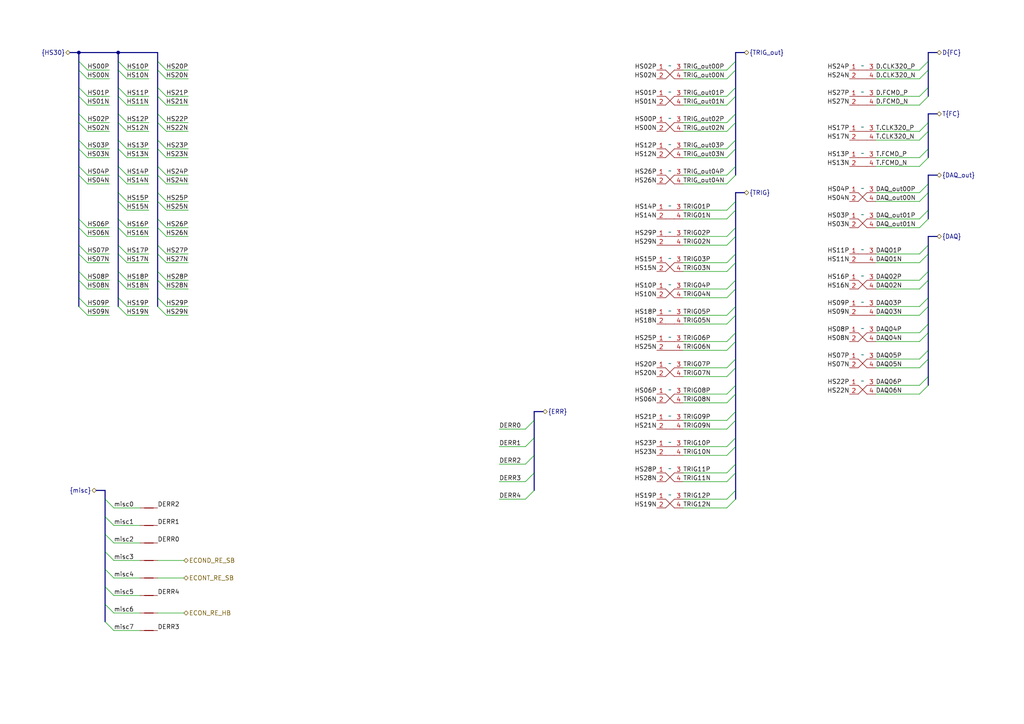
<source format=kicad_sch>
(kicad_sch (version 20250114) (generator "eeschema") (generator_version "9.0")
  (paper "A4")
  (title_block (title "fCM tester V2") (rev "v0.6") (company "Baylor University") (comment 1 "J. Wilson") (comment 2 "Map net names"))
  (lib_symbols
    (symbol "Device:NetTie_2" (pin_numbers (hide yes)) (pin_names (offset 0) (hide yes)) (in_bom no)
      (property "Reference" "NT" (at 0 1.27 0))
      (property "Value" "NetTie_2" (at 0 -1.27 0))
      (symbol "NetTie_2_0_1"
        (polyline (pts (xy -1.27 0) (xy 1.27 0)) (stroke (width 0.254)))
      )
      (symbol "NetTie_2_1_1"
        (pin passive line (at -2.54 0 0) (length 2.54) (name "1") (number "1"))
        (pin passive line (at 2.54 0 180) (length 2.54) (name "2") (number "2"))
      )
    )
    (symbol "Library:Diff_Pair_Tie"
      (property "Value" "~" (at 0 0 0))
      (symbol "Diff_Pair_Tie_0_1"
        (polyline (pts (xy -1.27 -1.27) (xy 1.27 -1.27)))
        (polyline (pts (xy 1.27 -3.81) (xy -1.27 -3.81)))
      )
      (symbol "Diff_Pair_Tie_1_1"
        (pin bidirectional line (at -3.81 -1.27 0) (length 2.54) (name "") (number "1"))
        (pin bidirectional line (at -3.81 -3.81 0) (length 2.54) (name "") (number "2"))
        (pin bidirectional line (at 3.81 -1.27 180) (length 2.54) (name "") (number "3"))
        (pin bidirectional line (at 3.81 -3.81 180) (length 2.54) (name "") (number "4"))
      )
    )
    (symbol "Library:Diff_Pair_Tie_swap"
      (property "Value" "~" (at 0 0 0))
      (symbol "Diff_Pair_Tie_swap_0_1"
        (polyline (pts (xy -1.27 -1.27) (xy 1.27 -3.81)))
        (polyline (pts (xy -1.27 -3.81) (xy 1.27 -1.27)))
        (polyline (pts (xy 1.27 -1.27) (xy 1.27 -1.27)))
      )
      (symbol "Diff_Pair_Tie_swap_1_1"
        (pin bidirectional line (at -3.81 -1.27 0) (length 2.54) (name "") (number "1"))
        (pin bidirectional line (at -3.81 -3.81 0) (length 2.54) (name "") (number "2"))
        (pin bidirectional line (at 3.81 -1.27 180) (length 2.54) (name "") (number "3"))
        (pin bidirectional line (at 3.81 -3.81 180) (length 2.54) (name "") (number "4"))
      )
    )
  )
  (bus_alias "HS" (members "P" "N"))
  (junction (at 34.29 15.24))
  (junction (at 22.86 15.24))
  (bus_entry (at 154.94 137.16) (size -2.54 2.54))
  (bus_entry (at 269.24 55.88) (size -2.54 2.54))
  (bus_entry (at 269.24 60.96) (size -2.54 2.54))
  (bus_entry (at 269.24 27.94) (size -2.54 2.54))
  (bus_entry (at 45.72 71.12) (size 2.54 2.54))
  (bus_entry (at 269.24 35.56) (size -2.54 2.54))
  (bus_entry (at 269.24 111.76) (size -2.54 2.54))
  (bus_entry (at 30.48 165.1) (size 2.54 2.54))
  (bus_entry (at 45.72 81.28) (size 2.54 2.54))
  (bus_entry (at 30.48 175.26) (size 2.54 2.54))
  (bus_entry (at 34.29 17.78) (size 2.54 2.54))
  (bus_entry (at 213.36 83.82) (size -2.54 2.54))
  (bus_entry (at 30.48 144.78) (size 2.54 2.54))
  (bus_entry (at 213.36 96.52) (size -2.54 2.54))
  (bus_entry (at 213.36 20.32) (size -2.54 2.54))
  (bus_entry (at 34.29 40.64) (size 2.54 2.54))
  (bus_entry (at 269.24 88.9) (size -2.54 2.54))
  (bus_entry (at 213.36 25.4) (size -2.54 2.54))
  (bus_entry (at 34.29 27.94) (size 2.54 2.54))
  (bus_entry (at 22.86 71.12) (size 2.54 2.54))
  (bus_entry (at 213.36 121.92) (size -2.54 2.54))
  (bus_entry (at 213.36 104.14) (size -2.54 2.54))
  (bus_entry (at 154.94 121.92) (size -2.54 2.54))
  (bus_entry (at 45.72 35.56) (size 2.54 2.54))
  (bus_entry (at 30.48 170.18) (size 2.54 2.54))
  (bus_entry (at 213.36 99.06) (size -2.54 2.54))
  (bus_entry (at 213.36 33.02) (size -2.54 2.54))
  (bus_entry (at 213.36 137.16) (size -2.54 2.54))
  (bus_entry (at 154.94 127) (size -2.54 2.54))
  (bus_entry (at 22.86 63.5) (size 2.54 2.54))
  (bus_entry (at 269.24 81.28) (size -2.54 2.54))
  (bus_entry (at 34.29 33.02) (size 2.54 2.54))
  (bus_entry (at 269.24 93.98) (size -2.54 2.54))
  (bus_entry (at 22.86 81.28) (size 2.54 2.54))
  (bus_entry (at 22.86 17.78) (size 2.54 2.54))
  (bus_entry (at 213.36 35.56) (size -2.54 2.54))
  (bus_entry (at 269.24 109.22) (size -2.54 2.54))
  (bus_entry (at 269.24 86.36) (size -2.54 2.54))
  (bus_entry (at 30.48 154.94) (size 2.54 2.54))
  (bus_entry (at 213.36 43.18) (size -2.54 2.54))
  (bus_entry (at 45.72 20.32) (size 2.54 2.54))
  (bus_entry (at 213.36 60.96) (size -2.54 2.54))
  (bus_entry (at 45.72 33.02) (size 2.54 2.54))
  (bus_entry (at 22.86 86.36) (size 2.54 2.54))
  (bus_entry (at 22.86 88.9) (size 2.54 2.54))
  (bus_entry (at 154.94 142.24) (size -2.54 2.54))
  (bus_entry (at 269.24 63.5) (size -2.54 2.54))
  (bus_entry (at 22.86 35.56) (size 2.54 2.54))
  (bus_entry (at 213.36 119.38) (size -2.54 2.54))
  (bus_entry (at 269.24 25.4) (size -2.54 2.54))
  (bus_entry (at 34.29 71.12) (size 2.54 2.54))
  (bus_entry (at 34.29 48.26) (size 2.54 2.54))
  (bus_entry (at 45.72 78.74) (size 2.54 2.54))
  (bus_entry (at 22.86 27.94) (size 2.54 2.54))
  (bus_entry (at 269.24 101.6) (size -2.54 2.54))
  (bus_entry (at 213.36 129.54) (size -2.54 2.54))
  (bus_entry (at 45.72 43.18) (size 2.54 2.54))
  (bus_entry (at 34.29 63.5) (size 2.54 2.54))
  (bus_entry (at 45.72 40.64) (size 2.54 2.54))
  (bus_entry (at 22.86 48.26) (size 2.54 2.54))
  (bus_entry (at 269.24 96.52) (size -2.54 2.54))
  (bus_entry (at 269.24 17.78) (size -2.54 2.54))
  (bus_entry (at 45.72 17.78) (size 2.54 2.54))
  (bus_entry (at 45.72 50.8) (size 2.54 2.54))
  (bus_entry (at 213.36 81.28) (size -2.54 2.54))
  (bus_entry (at 45.72 55.88) (size 2.54 2.54))
  (bus_entry (at 30.48 180.34) (size 2.54 2.54))
  (bus_entry (at 22.86 25.4) (size 2.54 2.54))
  (bus_entry (at 34.29 35.56) (size 2.54 2.54))
  (bus_entry (at 213.36 106.68) (size -2.54 2.54))
  (bus_entry (at 45.72 86.36) (size 2.54 2.54))
  (bus_entry (at 213.36 88.9) (size -2.54 2.54))
  (bus_entry (at 213.36 142.24) (size -2.54 2.54))
  (bus_entry (at 45.72 66.04) (size 2.54 2.54))
  (bus_entry (at 34.29 55.88) (size 2.54 2.54))
  (bus_entry (at 269.24 73.66) (size -2.54 2.54))
  (bus_entry (at 34.29 66.04) (size 2.54 2.54))
  (bus_entry (at 34.29 88.9) (size 2.54 2.54))
  (bus_entry (at 213.36 58.42) (size -2.54 2.54))
  (bus_entry (at 213.36 48.26) (size -2.54 2.54))
  (bus_entry (at 45.72 88.9) (size 2.54 2.54))
  (bus_entry (at 45.72 25.4) (size 2.54 2.54))
  (bus_entry (at 22.86 78.74) (size 2.54 2.54))
  (bus_entry (at 269.24 38.1) (size -2.54 2.54))
  (bus_entry (at 22.86 66.04) (size 2.54 2.54))
  (bus_entry (at 22.86 50.8) (size 2.54 2.54))
  (bus_entry (at 213.36 114.3) (size -2.54 2.54))
  (bus_entry (at 45.72 27.94) (size 2.54 2.54))
  (bus_entry (at 22.86 73.66) (size 2.54 2.54))
  (bus_entry (at 30.48 149.86) (size 2.54 2.54))
  (bus_entry (at 269.24 45.72) (size -2.54 2.54))
  (bus_entry (at 213.36 76.2) (size -2.54 2.54))
  (bus_entry (at 22.86 33.02) (size 2.54 2.54))
  (bus_entry (at 34.29 73.66) (size 2.54 2.54))
  (bus_entry (at 213.36 68.58) (size -2.54 2.54))
  (bus_entry (at 22.86 43.18) (size 2.54 2.54))
  (bus_entry (at 22.86 20.32) (size 2.54 2.54))
  (bus_entry (at 45.72 48.26) (size 2.54 2.54))
  (bus_entry (at 269.24 104.14) (size -2.54 2.54))
  (bus_entry (at 154.94 132.08) (size -2.54 2.54))
  (bus_entry (at 269.24 71.12) (size -2.54 2.54))
  (bus_entry (at 213.36 111.76) (size -2.54 2.54))
  (bus_entry (at 213.36 134.62) (size -2.54 2.54))
  (bus_entry (at 34.29 86.36) (size 2.54 2.54))
  (bus_entry (at 34.29 78.74) (size 2.54 2.54))
  (bus_entry (at 269.24 20.32) (size -2.54 2.54))
  (bus_entry (at 45.72 63.5) (size 2.54 2.54))
  (bus_entry (at 269.24 53.34) (size -2.54 2.54))
  (bus_entry (at 213.36 144.78) (size -2.54 2.54))
  (bus_entry (at 34.29 25.4) (size 2.54 2.54))
  (bus_entry (at 213.36 40.64) (size -2.54 2.54))
  (bus_entry (at 213.36 27.94) (size -2.54 2.54))
  (bus_entry (at 213.36 50.8) (size -2.54 2.54))
  (bus_entry (at 45.72 73.66) (size 2.54 2.54))
  (bus_entry (at 213.36 66.04) (size -2.54 2.54))
  (bus_entry (at 34.29 50.8) (size 2.54 2.54))
  (bus_entry (at 34.29 43.18) (size 2.54 2.54))
  (bus_entry (at 34.29 20.32) (size 2.54 2.54))
  (bus_entry (at 34.29 58.42) (size 2.54 2.54))
  (bus_entry (at 30.48 160.02) (size 2.54 2.54))
  (bus_entry (at 213.36 127) (size -2.54 2.54))
  (bus_entry (at 213.36 91.44) (size -2.54 2.54))
  (bus_entry (at 269.24 78.74) (size -2.54 2.54))
  (bus_entry (at 45.72 58.42) (size 2.54 2.54))
  (bus_entry (at 22.86 40.64) (size 2.54 2.54))
  (bus_entry (at 269.24 43.18) (size -2.54 2.54))
  (bus_entry (at 213.36 17.78) (size -2.54 2.54))
  (bus_entry (at 34.29 81.28) (size 2.54 2.54))
  (bus_entry (at 213.36 73.66) (size -2.54 2.54))
  (bus (pts (xy 34.29 58.42) (xy 34.29 63.5)))
  (bus (pts (xy 20.32 15.24) (xy 22.86 15.24)))
  (wire (pts (xy 54.61 66.04) (xy 48.26 66.04)))
  (bus (pts (xy 34.29 43.18) (xy 34.29 48.26)))
  (wire (pts (xy 31.75 45.72) (xy 25.4 45.72)))
  (bus (pts (xy 269.24 53.34) (xy 269.24 55.88)))
  (bus (pts (xy 213.36 73.66) (xy 213.36 76.2)))
  (wire (pts (xy 254 66.04) (xy 266.7 66.04)))
  (wire (pts (xy 254 55.88) (xy 266.7 55.88)))
  (bus (pts (xy 269.24 73.66) (xy 269.24 78.74)))
  (bus (pts (xy 154.94 121.92) (xy 154.94 127)))
  (bus (pts (xy 269.24 43.18) (xy 269.24 45.72)))
  (bus (pts (xy 34.29 66.04) (xy 34.29 71.12)))
  (bus (pts (xy 213.36 60.96) (xy 213.36 66.04)))
  (bus (pts (xy 215.9 55.88) (xy 213.36 55.88)))
  (bus (pts (xy 213.36 121.92) (xy 213.36 127)))
  (wire (pts (xy 198.12 22.86) (xy 210.82 22.86)))
  (wire (pts (xy 198.12 53.34) (xy 210.82 53.34)))
  (wire (pts (xy 254 48.26) (xy 266.7 48.26)))
  (bus (pts (xy 269.24 96.52) (xy 269.24 101.6)))
  (bus (pts (xy 213.36 137.16) (xy 213.36 142.24)))
  (bus (pts (xy 45.72 43.18) (xy 45.72 48.26)))
  (bus (pts (xy 213.36 17.78) (xy 213.36 20.32)))
  (wire (pts (xy 254 96.52) (xy 266.7 96.52)))
  (wire (pts (xy 54.61 50.8) (xy 48.26 50.8)))
  (bus (pts (xy 30.48 175.26) (xy 30.48 180.34)))
  (wire (pts (xy 144.78 144.78) (xy 152.4 144.78)))
  (bus (pts (xy 45.72 81.28) (xy 45.72 86.36)))
  (wire (pts (xy 254 81.28) (xy 266.7 81.28)))
  (bus (pts (xy 269.24 50.8) (xy 269.24 53.34)))
  (bus (pts (xy 45.72 66.04) (xy 45.72 71.12)))
  (wire (pts (xy 54.61 88.9) (xy 48.26 88.9)))
  (bus (pts (xy 45.72 33.02) (xy 45.72 35.56)))
  (wire (pts (xy 43.18 43.18) (xy 36.83 43.18)))
  (bus (pts (xy 34.29 20.32) (xy 34.29 25.4)))
  (bus (pts (xy 213.36 25.4) (xy 213.36 27.94)))
  (bus (pts (xy 22.86 15.24) (xy 22.86 17.78)))
  (wire (pts (xy 43.18 83.82) (xy 36.83 83.82)))
  (wire (pts (xy 198.12 109.22) (xy 210.82 109.22)))
  (bus (pts (xy 22.86 86.36) (xy 22.86 88.9)))
  (bus (pts (xy 27.94 142.24) (xy 30.48 142.24)))
  (wire (pts (xy 254 76.2) (xy 266.7 76.2)))
  (bus (pts (xy 269.24 101.6) (xy 269.24 104.14)))
  (wire (pts (xy 198.12 93.98) (xy 210.82 93.98)))
  (bus (pts (xy 271.78 68.58) (xy 269.24 68.58)))
  (bus (pts (xy 269.24 38.1) (xy 269.24 43.18)))
  (bus (pts (xy 213.36 114.3) (xy 213.36 119.38)))
  (wire (pts (xy 31.75 66.04) (xy 25.4 66.04)))
  (wire (pts (xy 198.12 137.16) (xy 210.82 137.16)))
  (wire (pts (xy 198.12 38.1) (xy 210.82 38.1)))
  (wire (pts (xy 198.12 124.46) (xy 210.82 124.46)))
  (bus (pts (xy 22.86 27.94) (xy 22.86 33.02)))
  (bus (pts (xy 34.29 25.4) (xy 34.29 27.94)))
  (bus (pts (xy 22.86 15.24) (xy 34.29 15.24)))
  (wire (pts (xy 198.12 30.48) (xy 210.82 30.48)))
  (wire (pts (xy 31.75 88.9) (xy 25.4 88.9)))
  (bus (pts (xy 157.48 119.38) (xy 154.94 119.38)))
  (wire (pts (xy 254 38.1) (xy 266.7 38.1)))
  (wire (pts (xy 198.12 114.3) (xy 210.82 114.3)))
  (bus (pts (xy 269.24 78.74) (xy 269.24 81.28)))
  (bus (pts (xy 269.24 25.4) (xy 269.24 27.94)))
  (wire (pts (xy 31.75 53.34) (xy 25.4 53.34)))
  (wire (pts (xy 254 99.06) (xy 266.7 99.06)))
  (wire (pts (xy 31.75 38.1) (xy 25.4 38.1)))
  (bus (pts (xy 22.86 78.74) (xy 22.86 81.28)))
  (wire (pts (xy 54.61 91.44) (xy 48.26 91.44)))
  (wire (pts (xy 31.75 35.56) (xy 25.4 35.56)))
  (bus (pts (xy 269.24 55.88) (xy 269.24 60.96)))
  (bus (pts (xy 271.78 33.02) (xy 269.24 33.02)))
  (bus (pts (xy 269.24 86.36) (xy 269.24 88.9)))
  (wire (pts (xy 33.02 177.8) (xy 40.64 177.8)))
  (wire (pts (xy 198.12 106.68) (xy 210.82 106.68)))
  (bus (pts (xy 213.36 66.04) (xy 213.36 68.58)))
  (bus (pts (xy 30.48 170.18) (xy 30.48 175.26)))
  (bus (pts (xy 34.29 27.94) (xy 34.29 33.02)))
  (wire (pts (xy 54.61 38.1) (xy 48.26 38.1)))
  (wire (pts (xy 144.78 139.7) (xy 152.4 139.7)))
  (bus (pts (xy 213.36 15.24) (xy 213.36 17.78)))
  (wire (pts (xy 198.12 43.18) (xy 210.82 43.18)))
  (wire (pts (xy 33.02 152.4) (xy 40.64 152.4)))
  (wire (pts (xy 198.12 78.74) (xy 210.82 78.74)))
  (wire (pts (xy 254 83.82) (xy 266.7 83.82)))
  (wire (pts (xy 31.75 81.28) (xy 25.4 81.28)))
  (wire (pts (xy 198.12 45.72) (xy 210.82 45.72)))
  (wire (pts (xy 54.61 43.18) (xy 48.26 43.18)))
  (wire (pts (xy 198.12 101.6) (xy 210.82 101.6)))
  (wire (pts (xy 33.02 182.88) (xy 40.64 182.88)))
  (wire (pts (xy 254 20.32) (xy 266.7 20.32)))
  (bus (pts (xy 45.72 25.4) (xy 45.72 27.94)))
  (wire (pts (xy 254 45.72) (xy 266.7 45.72)))
  (wire (pts (xy 54.61 83.82) (xy 48.26 83.82)))
  (wire (pts (xy 198.12 132.08) (xy 210.82 132.08)))
  (wire (pts (xy 31.75 91.44) (xy 25.4 91.44)))
  (wire (pts (xy 198.12 60.96) (xy 210.82 60.96)))
  (wire (pts (xy 53.34 162.56) (xy 45.72 162.56)))
  (bus (pts (xy 215.9 15.24) (xy 213.36 15.24)))
  (wire (pts (xy 54.61 73.66) (xy 48.26 73.66)))
  (wire (pts (xy 254 104.14) (xy 266.7 104.14)))
  (wire (pts (xy 45.72 177.8) (xy 53.34 177.8)))
  (wire (pts (xy 31.75 20.32) (xy 25.4 20.32)))
  (bus (pts (xy 213.36 81.28) (xy 213.36 83.82)))
  (bus (pts (xy 34.29 40.64) (xy 34.29 43.18)))
  (wire (pts (xy 31.75 30.48) (xy 25.4 30.48)))
  (wire (pts (xy 43.18 73.66) (xy 36.83 73.66)))
  (bus (pts (xy 45.72 35.56) (xy 45.72 40.64)))
  (bus (pts (xy 22.86 43.18) (xy 22.86 48.26)))
  (bus (pts (xy 34.29 86.36) (xy 34.29 88.9)))
  (wire (pts (xy 144.78 124.46) (xy 152.4 124.46)))
  (bus (pts (xy 269.24 33.02) (xy 269.24 35.56)))
  (wire (pts (xy 43.18 50.8) (xy 36.83 50.8)))
  (bus (pts (xy 213.36 142.24) (xy 213.36 144.78)))
  (bus (pts (xy 271.78 50.8) (xy 269.24 50.8)))
  (bus (pts (xy 213.36 83.82) (xy 213.36 88.9)))
  (bus (pts (xy 269.24 35.56) (xy 269.24 38.1)))
  (bus (pts (xy 30.48 142.24) (xy 30.48 144.78)))
  (wire (pts (xy 198.12 35.56) (xy 210.82 35.56)))
  (bus (pts (xy 213.36 43.18) (xy 213.36 48.26)))
  (bus (pts (xy 213.36 55.88) (xy 213.36 58.42)))
  (bus (pts (xy 213.36 91.44) (xy 213.36 96.52)))
  (wire (pts (xy 198.12 139.7) (xy 210.82 139.7)))
  (wire (pts (xy 54.61 20.32) (xy 48.26 20.32)))
  (bus (pts (xy 269.24 20.32) (xy 269.24 25.4)))
  (bus (pts (xy 213.36 88.9) (xy 213.36 91.44)))
  (wire (pts (xy 31.75 22.86) (xy 25.4 22.86)))
  (wire (pts (xy 43.18 88.9) (xy 36.83 88.9)))
  (bus (pts (xy 34.29 81.28) (xy 34.29 86.36)))
  (bus (pts (xy 45.72 78.74) (xy 45.72 81.28)))
  (wire (pts (xy 43.18 76.2) (xy 36.83 76.2)))
  (bus (pts (xy 213.36 104.14) (xy 213.36 106.68)))
  (wire (pts (xy 43.18 58.42) (xy 36.83 58.42)))
  (bus (pts (xy 213.36 96.52) (xy 213.36 99.06)))
  (bus (pts (xy 213.36 106.68) (xy 213.36 111.76)))
  (wire (pts (xy 43.18 68.58) (xy 36.83 68.58)))
  (bus (pts (xy 154.94 132.08) (xy 154.94 137.16)))
  (wire (pts (xy 198.12 121.92) (xy 210.82 121.92)))
  (bus (pts (xy 269.24 60.96) (xy 269.24 63.5)))
  (bus (pts (xy 269.24 17.78) (xy 269.24 20.32)))
  (bus (pts (xy 34.29 15.24) (xy 45.72 15.24)))
  (wire (pts (xy 198.12 27.94) (xy 210.82 27.94)))
  (wire (pts (xy 198.12 20.32) (xy 210.82 20.32)))
  (bus (pts (xy 213.36 20.32) (xy 213.36 25.4)))
  (bus (pts (xy 22.86 66.04) (xy 22.86 71.12)))
  (bus (pts (xy 34.29 50.8) (xy 34.29 55.88)))
  (wire (pts (xy 198.12 76.2) (xy 210.82 76.2)))
  (bus (pts (xy 22.86 73.66) (xy 22.86 78.74)))
  (bus (pts (xy 22.86 48.26) (xy 22.86 50.8)))
  (bus (pts (xy 45.72 15.24) (xy 45.72 17.78)))
  (wire (pts (xy 54.61 45.72) (xy 48.26 45.72)))
  (wire (pts (xy 31.75 43.18) (xy 25.4 43.18)))
  (wire (pts (xy 54.61 81.28) (xy 48.26 81.28)))
  (wire (pts (xy 31.75 73.66) (xy 25.4 73.66)))
  (wire (pts (xy 54.61 68.58) (xy 48.26 68.58)))
  (wire (pts (xy 254 27.94) (xy 266.7 27.94)))
  (wire (pts (xy 54.61 30.48) (xy 48.26 30.48)))
  (wire (pts (xy 54.61 60.96) (xy 48.26 60.96)))
  (wire (pts (xy 198.12 91.44) (xy 210.82 91.44)))
  (bus (pts (xy 45.72 40.64) (xy 45.72 43.18)))
  (bus (pts (xy 269.24 88.9) (xy 269.24 93.98)))
  (wire (pts (xy 33.02 167.64) (xy 40.64 167.64)))
  (bus (pts (xy 34.29 71.12) (xy 34.29 73.66)))
  (bus (pts (xy 213.36 48.26) (xy 213.36 50.8)))
  (bus (pts (xy 45.72 55.88) (xy 45.72 58.42)))
  (wire (pts (xy 254 91.44) (xy 266.7 91.44)))
  (bus (pts (xy 213.36 40.64) (xy 213.36 43.18)))
  (bus (pts (xy 269.24 109.22) (xy 269.24 111.76)))
  (wire (pts (xy 198.12 116.84) (xy 210.82 116.84)))
  (wire (pts (xy 54.61 76.2) (xy 48.26 76.2)))
  (bus (pts (xy 45.72 50.8) (xy 45.72 55.88)))
  (bus (pts (xy 213.36 76.2) (xy 213.36 81.28)))
  (wire (pts (xy 198.12 86.36) (xy 210.82 86.36)))
  (wire (pts (xy 198.12 71.12) (xy 210.82 71.12)))
  (bus (pts (xy 34.29 63.5) (xy 34.29 66.04)))
  (bus (pts (xy 45.72 27.94) (xy 45.72 33.02)))
  (wire (pts (xy 43.18 45.72) (xy 36.83 45.72)))
  (wire (pts (xy 198.12 68.58) (xy 210.82 68.58)))
  (wire (pts (xy 198.12 50.8) (xy 210.82 50.8)))
  (bus (pts (xy 22.86 33.02) (xy 22.86 35.56)))
  (bus (pts (xy 22.86 35.56) (xy 22.86 40.64)))
  (bus (pts (xy 22.86 25.4) (xy 22.86 27.94)))
  (bus (pts (xy 269.24 15.24) (xy 269.24 17.78)))
  (wire (pts (xy 198.12 144.78) (xy 210.82 144.78)))
  (bus (pts (xy 45.72 73.66) (xy 45.72 78.74)))
  (bus (pts (xy 269.24 68.58) (xy 269.24 71.12)))
  (wire (pts (xy 254 58.42) (xy 266.7 58.42)))
  (wire (pts (xy 54.61 22.86) (xy 48.26 22.86)))
  (wire (pts (xy 43.18 30.48) (xy 36.83 30.48)))
  (wire (pts (xy 54.61 58.42) (xy 48.26 58.42)))
  (bus (pts (xy 45.72 48.26) (xy 45.72 50.8)))
  (bus (pts (xy 213.36 134.62) (xy 213.36 137.16)))
  (bus (pts (xy 213.36 99.06) (xy 213.36 104.14)))
  (wire (pts (xy 254 40.64) (xy 266.7 40.64)))
  (wire (pts (xy 43.18 60.96) (xy 36.83 60.96)))
  (wire (pts (xy 254 114.3) (xy 266.7 114.3)))
  (bus (pts (xy 213.36 35.56) (xy 213.36 40.64)))
  (bus (pts (xy 22.86 20.32) (xy 22.86 25.4)))
  (wire (pts (xy 31.75 27.94) (xy 25.4 27.94)))
  (bus (pts (xy 45.72 58.42) (xy 45.72 63.5)))
  (bus (pts (xy 22.86 63.5) (xy 22.86 66.04)))
  (bus (pts (xy 271.78 15.24) (xy 269.24 15.24)))
  (wire (pts (xy 254 111.76) (xy 266.7 111.76)))
  (bus (pts (xy 34.29 78.74) (xy 34.29 81.28)))
  (wire (pts (xy 254 88.9) (xy 266.7 88.9)))
  (wire (pts (xy 198.12 147.32) (xy 210.82 147.32)))
  (bus (pts (xy 213.36 119.38) (xy 213.36 121.92)))
  (wire (pts (xy 33.02 162.56) (xy 40.64 162.56)))
  (bus (pts (xy 213.36 129.54) (xy 213.36 134.62)))
  (bus (pts (xy 154.94 137.16) (xy 154.94 142.24)))
  (bus (pts (xy 213.36 33.02) (xy 213.36 35.56)))
  (bus (pts (xy 45.72 86.36) (xy 45.72 88.9)))
  (bus (pts (xy 213.36 58.42) (xy 213.36 60.96)))
  (bus (pts (xy 22.86 17.78) (xy 22.86 20.32)))
  (bus (pts (xy 269.24 93.98) (xy 269.24 96.52)))
  (wire (pts (xy 31.75 83.82) (xy 25.4 83.82)))
  (wire (pts (xy 43.18 38.1) (xy 36.83 38.1)))
  (wire (pts (xy 144.78 129.54) (xy 152.4 129.54)))
  (bus (pts (xy 30.48 149.86) (xy 30.48 154.94)))
  (wire (pts (xy 43.18 27.94) (xy 36.83 27.94)))
  (bus (pts (xy 45.72 20.32) (xy 45.72 25.4)))
  (bus (pts (xy 34.29 48.26) (xy 34.29 50.8)))
  (bus (pts (xy 30.48 154.94) (xy 30.48 160.02)))
  (bus (pts (xy 34.29 73.66) (xy 34.29 78.74)))
  (bus (pts (xy 213.36 68.58) (xy 213.36 73.66)))
  (bus (pts (xy 154.94 119.38) (xy 154.94 121.92)))
  (wire (pts (xy 43.18 20.32) (xy 36.83 20.32)))
  (wire (pts (xy 254 63.5) (xy 266.7 63.5)))
  (bus (pts (xy 45.72 63.5) (xy 45.72 66.04)))
  (bus (pts (xy 30.48 144.78) (xy 30.48 149.86)))
  (bus (pts (xy 34.29 17.78) (xy 34.29 20.32)))
  (wire (pts (xy 43.18 81.28) (xy 36.83 81.28)))
  (wire (pts (xy 198.12 99.06) (xy 210.82 99.06)))
  (bus (pts (xy 34.29 33.02) (xy 34.29 35.56)))
  (bus (pts (xy 22.86 81.28) (xy 22.86 86.36)))
  (wire (pts (xy 33.02 157.48) (xy 40.64 157.48)))
  (bus (pts (xy 30.48 160.02) (xy 30.48 165.1)))
  (bus (pts (xy 22.86 40.64) (xy 22.86 43.18)))
  (wire (pts (xy 33.02 147.32) (xy 40.64 147.32)))
  (bus (pts (xy 34.29 55.88) (xy 34.29 58.42)))
  (wire (pts (xy 54.61 53.34) (xy 48.26 53.34)))
  (wire (pts (xy 254 73.66) (xy 266.7 73.66)))
  (wire (pts (xy 43.18 22.86) (xy 36.83 22.86)))
  (bus (pts (xy 154.94 127) (xy 154.94 132.08)))
  (bus (pts (xy 22.86 50.8) (xy 22.86 63.5)))
  (wire (pts (xy 45.72 167.64) (xy 53.34 167.64)))
  (wire (pts (xy 198.12 63.5) (xy 210.82 63.5)))
  (bus (pts (xy 30.48 165.1) (xy 30.48 170.18)))
  (bus (pts (xy 213.36 127) (xy 213.36 129.54)))
  (wire (pts (xy 54.61 27.94) (xy 48.26 27.94)))
  (bus (pts (xy 213.36 111.76) (xy 213.36 114.3)))
  (bus (pts (xy 269.24 81.28) (xy 269.24 86.36)))
  (bus (pts (xy 269.24 71.12) (xy 269.24 73.66)))
  (bus (pts (xy 34.29 35.56) (xy 34.29 40.64)))
  (wire (pts (xy 33.02 172.72) (xy 40.64 172.72)))
  (wire (pts (xy 54.61 35.56) (xy 48.26 35.56)))
  (bus (pts (xy 34.29 15.24) (xy 34.29 17.78)))
  (bus (pts (xy 22.86 71.12) (xy 22.86 73.66)))
  (wire (pts (xy 31.75 68.58) (xy 25.4 68.58)))
  (wire (pts (xy 254 22.86) (xy 266.7 22.86)))
  (wire (pts (xy 198.12 129.54) (xy 210.82 129.54)))
  (wire (pts (xy 144.78 134.62) (xy 152.4 134.62)))
  (wire (pts (xy 198.12 83.82) (xy 210.82 83.82)))
  (wire (pts (xy 43.18 66.04) (xy 36.83 66.04)))
  (wire (pts (xy 43.18 91.44) (xy 36.83 91.44)))
  (wire (pts (xy 43.18 35.56) (xy 36.83 35.56)))
  (bus (pts (xy 213.36 27.94) (xy 213.36 33.02)))
  (wire (pts (xy 254 30.48) (xy 266.7 30.48)))
  (bus (pts (xy 269.24 104.14) (xy 269.24 109.22)))
  (bus (pts (xy 45.72 71.12) (xy 45.72 73.66)))
  (wire (pts (xy 254 106.68) (xy 266.7 106.68)))
  (wire (pts (xy 31.75 76.2) (xy 25.4 76.2)))
  (wire (pts (xy 43.18 53.34) (xy 36.83 53.34)))
  (wire (pts (xy 31.75 50.8) (xy 25.4 50.8)))
  (bus (pts (xy 45.72 17.78) (xy 45.72 20.32)))
  (label "DAQ01P" (at 254 73.66 0))
  (label "HS18P" (at 43.18 81.28 180))
  (label "TRIG07P" (at 198.12 106.68 0))
  (label "DAQ03N" (at 254 91.44 0))
  (label "DAQ04P" (at 254 96.52 0))
  (label "DAQ04N" (at 254 99.06 0))
  (label "HS25N" (at 190.5 101.6 180))
  (label "HS07P" (at 31.75 73.66 180))
  (label "TRIG09N" (at 198.12 124.46 0))
  (label "HS25N" (at 54.61 60.96 180))
  (label "HS10P" (at 43.18 20.32 180))
  (label "HS03N" (at 31.75 45.72 180))
  (label "misc6" (at 33.02 177.8 0))
  (label "HS18P" (at 190.5 91.44 180))
  (label "DAQ06P" (at 254 111.76 0))
  (label "HS28P" (at 190.5 137.16 180))
  (label "HS11N" (at 43.18 30.48 180))
  (label "TRIG06P" (at 198.12 99.06 0))
  (label "TRIG11N" (at 198.12 139.7 0))
  (label "HS28P" (at 54.61 81.28 180))
  (label "HS18N" (at 190.5 93.98 180))
  (label "HS12N" (at 43.18 38.1 180))
  (label "HS13P" (at 43.18 43.18 180))
  (label "HS19P" (at 190.5 144.78 180))
  (label "HS13N" (at 43.18 45.72 180))
  (label "HS28N" (at 54.61 83.82 180))
  (label "T.CLK320_N" (at 254 40.64 0))
  (label "HS24N" (at 246.38 22.86 180))
  (label "DERR1" (at 144.78 129.54 0))
  (label "DAQ_out01P" (at 254 63.5 0))
  (label "HS27N" (at 54.61 76.2 180))
  (label "HS01P" (at 190.5 27.94 180))
  (label "HS21N" (at 190.5 124.46 180))
  (label "HS09N" (at 246.38 91.44 180))
  (label "TRIG01N" (at 198.12 63.5 0))
  (label "T.FCMD_N" (at 254 48.26 0))
  (label "misc5" (at 33.02 172.72 0))
  (label "TRIG_out02N" (at 198.12 38.1 0))
  (label "DAQ05P" (at 254 104.14 0))
  (label "HS22P" (at 54.61 35.56 180))
  (label "HS26P" (at 190.5 50.8 180))
  (label "HS15P" (at 43.18 58.42 180))
  (label "HS17P" (at 43.18 73.66 180))
  (label "HS24P" (at 246.38 20.32 180))
  (label "HS29P" (at 54.61 88.9 180))
  (label "DAQ05N" (at 254 106.68 0))
  (label "HS00N" (at 190.5 38.1 180))
  (label "HS29P" (at 190.5 68.58 180))
  (label "T.CLK320_P" (at 254 38.1 0))
  (label "HS14P" (at 190.5 60.96 180))
  (label "HS23P" (at 54.61 43.18 180))
  (label "HS12P" (at 190.5 43.18 180))
  (label "TRIG_out00P" (at 198.12 20.32 0))
  (label "DAQ_out00P" (at 254 55.88 0))
  (label "HS16P" (at 246.38 81.28 180))
  (label "DAQ01N" (at 254 76.2 0))
  (label "HS26N" (at 54.61 68.58 180))
  (label "DERR2" (at 45.72 147.32 0))
  (label "TRIG_out00N" (at 198.12 22.86 0))
  (label "HS21P" (at 190.5 121.92 180))
  (label "HS22P" (at 246.38 111.76 180))
  (label "HS04P" (at 246.38 55.88 180))
  (label "misc3" (at 33.02 162.56 0))
  (label "HS14P" (at 43.18 50.8 180))
  (label "HS19N" (at 190.5 147.32 180))
  (label "HS18N" (at 43.18 83.82 180))
  (label "DERR3" (at 144.78 139.7 0))
  (label "HS01P" (at 31.75 27.94 180))
  (label "TRIG03N" (at 198.12 78.74 0))
  (label "HS17N" (at 246.38 40.64 180))
  (label "HS04N" (at 31.75 53.34 180))
  (label "TRIG_out04P" (at 198.12 50.8 0))
  (label "HS20N" (at 54.61 22.86 180))
  (label "HS10N" (at 190.5 86.36 180))
  (label "TRIG09P" (at 198.12 121.92 0))
  (label "HS12P" (at 43.18 35.56 180))
  (label "misc0" (at 33.02 147.32 0))
  (label "DERR4" (at 144.78 144.78 0))
  (label "HS28N" (at 190.5 139.7 180))
  (label "HS23N" (at 54.61 45.72 180))
  (label "HS11P" (at 246.38 73.66 180))
  (label "D.FCMD_N" (at 254 30.48 0))
  (label "HS27P" (at 54.61 73.66 180))
  (label "HS15P" (at 190.5 76.2 180))
  (label "TRIG10P" (at 198.12 129.54 0))
  (label "HS26P" (at 54.61 66.04 180))
  (label "HS08N" (at 31.75 83.82 180))
  (label "TRIG08P" (at 198.12 114.3 0))
  (label "HS08P" (at 31.75 81.28 180))
  (label "HS21N" (at 54.61 30.48 180))
  (label "HS08N" (at 246.38 99.06 180))
  (label "HS19N" (at 43.18 91.44 180))
  (label "HS06P" (at 190.5 114.3 180))
  (label "HS10P" (at 190.5 83.82 180))
  (label "HS03P" (at 31.75 43.18 180))
  (label "HS12N" (at 190.5 45.72 180))
  (label "HS02N" (at 31.75 38.1 180))
  (label "TRIG_out04N" (at 198.12 53.34 0))
  (label "DERR2" (at 144.78 134.62 0))
  (label "HS06N" (at 31.75 68.58 180))
  (label "HS00N" (at 31.75 22.86 180))
  (label "misc2" (at 33.02 157.48 0))
  (label "HS23P" (at 190.5 129.54 180))
  (label "TRIG01P" (at 198.12 60.96 0))
  (label "D.CLK320_N" (at 254 22.86 0))
  (label "DAQ02P" (at 254 81.28 0))
  (label "HS22N" (at 54.61 38.1 180))
  (label "HS03N" (at 246.38 66.04 180))
  (label "DERR1" (at 45.72 152.4 0))
  (label "HS02P" (at 31.75 35.56 180))
  (label "HS16P" (at 43.18 66.04 180))
  (label "HS20P" (at 190.5 106.68 180))
  (label "HS11P" (at 43.18 27.94 180))
  (label "DAQ02N" (at 254 83.82 0))
  (label "TRIG02N" (at 198.12 71.12 0))
  (label "HS15N" (at 43.18 60.96 180))
  (label "HS00P" (at 190.5 35.56 180))
  (label "HS09P" (at 246.38 88.9 180))
  (label "HS03P" (at 246.38 63.5 180))
  (label "HS27P" (at 246.38 27.94 180))
  (label "HS02N" (at 190.5 22.86 180))
  (label "DERR4" (at 45.72 172.72 0))
  (label "HS20P" (at 54.61 20.32 180))
  (label "TRIG05P" (at 198.12 91.44 0))
  (label "HS14N" (at 190.5 63.5 180))
  (label "D.CLK320_P" (at 254 20.32 0))
  (label "misc7" (at 33.02 182.88 0))
  (label "HS02P" (at 190.5 20.32 180))
  (label "TRIG02P" (at 198.12 68.58 0))
  (label "HS24P" (at 54.61 50.8 180))
  (label "TRIG11P" (at 198.12 137.16 0))
  (label "DAQ03P" (at 254 88.9 0))
  (label "TRIG10N" (at 198.12 132.08 0))
  (label "HS07N" (at 31.75 76.2 180))
  (label "TRIG06N" (at 198.12 101.6 0))
  (label "HS14N" (at 43.18 53.34 180))
  (label "TRIG_out03P" (at 198.12 43.18 0))
  (label "TRIG04N" (at 198.12 86.36 0))
  (label "HS29N" (at 190.5 71.12 180))
  (label "HS17P" (at 246.38 38.1 180))
  (label "TRIG12N" (at 198.12 147.32 0))
  (label "HS16N" (at 246.38 83.82 180))
  (label "TRIG_out02P" (at 198.12 35.56 0))
  (label "HS01N" (at 190.5 30.48 180))
  (label "DAQ_out00N" (at 254 58.42 0))
  (label "HS07P" (at 246.38 104.14 180))
  (label "DERR0" (at 144.78 124.46 0))
  (label "TRIG_out01N" (at 198.12 30.48 0))
  (label "HS29N" (at 54.61 91.44 180))
  (label "HS25P" (at 54.61 58.42 180))
  (label "TRIG_out01P" (at 198.12 27.94 0))
  (label "DAQ_out01N" (at 254 66.04 0))
  (label "HS15N" (at 190.5 78.74 180))
  (label "DERR0" (at 45.72 157.48 0))
  (label "HS00P" (at 31.75 20.32 180))
  (label "HS19P" (at 43.18 88.9 180))
  (label "HS23N" (at 190.5 132.08 180))
  (label "HS10N" (at 43.18 22.86 180))
  (label "HS20N" (at 190.5 109.22 180))
  (label "D.FCMD_P" (at 254 27.94 0))
  (label "TRIG05N" (at 198.12 93.98 0))
  (label "TRIG03P" (at 198.12 76.2 0))
  (label "TRIG04P" (at 198.12 83.82 0))
  (label "DAQ06N" (at 254 114.3 0))
  (label "HS24N" (at 54.61 53.34 180))
  (label "HS09P" (at 31.75 88.9 180))
  (label "HS06N" (at 190.5 116.84 180))
  (label "HS07N" (at 246.38 106.68 180))
  (label "misc4" (at 33.02 167.64 0))
  (label "HS27N" (at 246.38 30.48 180))
  (label "HS08P" (at 246.38 96.52 180))
  (label "HS22N" (at 246.38 114.3 180))
  (label "HS13P" (at 246.38 45.72 180))
  (label "HS04P" (at 31.75 50.8 180))
  (label "TRIG07N" (at 198.12 109.22 0))
  (label "HS06P" (at 31.75 66.04 180))
  (label "TRIG08N" (at 198.12 116.84 0))
  (label "HS13N" (at 246.38 48.26 180))
  (label "HS25P" (at 190.5 99.06 180))
  (label "HS21P" (at 54.61 27.94 180))
  (label "TRIG_out03N" (at 198.12 45.72 0))
  (label "T.FCMD_P" (at 254 45.72 0))
  (label "TRIG12P" (at 198.12 144.78 0))
  (label "HS17N" (at 43.18 76.2 180))
  (label "HS01N" (at 31.75 30.48 180))
  (label "DERR3" (at 45.72 182.88 0))
  (label "HS11N" (at 246.38 76.2 180))
  (label "HS26N" (at 190.5 53.34 180))
  (label "HS09N" (at 31.75 91.44 180))
  (label "misc1" (at 33.02 152.4 0))
  (label "HS04N" (at 246.38 58.42 180))
  (label "HS16N" (at 43.18 68.58 180))
  (hierarchical_label "{HS30}" (shape bidirectional) (at 20.32 15.24 180))
  (hierarchical_label "{ERR}" (shape bidirectional) (at 157.48 119.38 0))
  (hierarchical_label "T{FC}" (shape bidirectional) (at 271.78 33.02 0))
  (hierarchical_label "{TRIG_out}" (shape bidirectional) (at 215.9 15.24 0))
  (hierarchical_label "{TRIG}" (shape bidirectional) (at 215.9 55.88 0))
  (hierarchical_label "ECONT_RE_SB" (shape bidirectional) (at 53.34 167.64 0))
  (hierarchical_label "{misc}" (shape bidirectional) (at 27.94 142.24 180))
  (hierarchical_label "D{FC}" (shape bidirectional) (at 271.78 15.24 0))
  (hierarchical_label "{DAQ}" (shape bidirectional) (at 271.78 68.58 0))
  (hierarchical_label "ECOND_RE_SB" (shape bidirectional) (at 53.34 162.56 0))
  (hierarchical_label "{DAQ_out}" (shape bidirectional) (at 271.78 50.8 0))
  (hierarchical_label "ECON_RE_HB" (shape bidirectional) (at 53.34 177.8 0))
  (symbol (lib_id "Library:Diff_Pair_Tie") (at 194.31 67.31 0) (unit 1) (in_bom no)
    (property "Reference" "NT23" (effects (hide yes)))
    (property "Value" "~" (at 194.31 67.31 0))
    (property "Footprint" "Library:Diff_Pair_Tie_rev" (effects (hide yes)))
  )
  (symbol (lib_id "Library:Diff_Pair_Tie_swap") (at 194.31 74.93 0) (unit 1) (in_bom no)
    (property "Reference" "NT22" (effects (hide yes)))
    (property "Value" "~" (at 194.31 74.93 0))
    (property "Footprint" "Library:Diff_Pair_Tie_swap_rev" (effects (hide yes)))
  )
  (symbol (lib_id "Library:Diff_Pair_Tie") (at 194.31 59.69 0) (unit 1) (in_bom no)
    (property "Reference" "NT24" (effects (hide yes)))
    (property "Value" "~" (at 194.31 59.69 0))
    (property "Footprint" "Library:Diff_Pair_Tie" (effects (hide yes)))
  )
  (symbol (lib_id "Library:Diff_Pair_Tie_swap") (at 194.31 135.89 0) (unit 1) (in_bom no)
    (property "Reference" "NT5" (effects (hide yes)))
    (property "Value" "~" (at 194.31 135.89 0))
    (property "Footprint" "Library:Diff_Pair_Tie_swap" (effects (hide yes)))
  )
  (symbol (lib_id "Library:Diff_Pair_Tie") (at 250.19 87.63 0) (unit 1) (in_bom no)
    (property "Reference" "NT16" (effects (hide yes)))
    (property "Value" "~" (at 250.19 87.63 0))
    (property "Footprint" "Library:Diff_Pair_Tie_rev" (effects (hide yes)))
  )
  (symbol (lib_id "Library:Diff_Pair_Tie_swap") (at 194.31 41.91 0) (unit 1) (in_bom no)
    (property "Reference" "NT27" (effects (hide yes)))
    (property "Value" "~" (at 194.31 41.91 0))
    (property "Footprint" "Library:Diff_Pair_Tie_swap" (effects (hide yes)))
  )
  (symbol (lib_id "Library:Diff_Pair_Tie_swap") (at 250.19 110.49 0) (unit 1) (in_bom no)
    (property "Reference" "NT7" (effects (hide yes)))
    (property "Value" "~" (at 250.19 110.49 0))
    (property "Footprint" "Library:Diff_Pair_Tie_swap" (effects (hide yes)))
  )
  (symbol (lib_id "Device:NetTie_2") (at 43.18 172.72 0) (unit 1) (in_bom no)
    (property "Reference" "NT1" (effects (hide yes)))
    (property "Value" "NetTie_2" (effects (hide yes)))
    (property "Footprint" "Library:Net_Tie_via" (effects (hide yes)))
    (property "Description" "Net tie, 2 pins" (effects (hide yes)))
  )
  (symbol (lib_id "Library:Diff_Pair_Tie") (at 194.31 120.65 0) (unit 1) (in_bom no)
    (property "Reference" "NT8" (effects (hide yes)))
    (property "Value" "~" (at 194.31 120.65 0))
    (property "Footprint" "Library:Diff_Pair_Tie" (effects (hide yes)))
  )
  (symbol (lib_id "Library:Diff_Pair_Tie") (at 250.19 36.83 0) (unit 1) (in_bom no)
    (property "Reference" "NT34" (effects (hide yes)))
    (property "Value" "~" (at 250.19 36.83 0))
    (property "Footprint" "Library:Diff_Pair_Tie_rev" (effects (hide yes)))
  )
  (symbol (lib_id "Library:Diff_Pair_Tie_swap") (at 194.31 49.53 0) (unit 1) (in_bom no)
    (property "Reference" "NT26" (effects (hide yes)))
    (property "Value" "~" (at 194.31 49.53 0))
    (property "Footprint" "Library:Diff_Pair_Tie_swap" (effects (hide yes)))
  )
  (symbol (lib_id "Library:Diff_Pair_Tie") (at 250.19 26.67 0) (unit 1) (in_bom no)
    (property "Reference" "NT35" (effects (hide yes)))
    (property "Value" "~" (at 250.19 26.67 0))
    (property "Footprint" "Library:Diff_Pair_Tie_rev" (effects (hide yes)))
  )
  (symbol (lib_id "Device:NetTie_2") (at 43.18 182.88 0) (unit 1) (in_bom no)
    (property "Reference" "NT2" (effects (hide yes)))
    (property "Value" "NetTie_2" (effects (hide yes)))
    (property "Footprint" "Library:Net_Tie_via" (effects (hide yes)))
    (property "Description" "Net tie, 2 pins" (effects (hide yes)))
  )
  (symbol (lib_id "Library:Diff_Pair_Tie_swap") (at 194.31 19.05 0) (unit 1) (in_bom no)
    (property "Reference" "NT30" (effects (hide yes)))
    (property "Value" "~" (at 194.31 19.05 0))
    (property "Footprint" "Library:Diff_Pair_Tie_swap" (effects (hide yes)))
  )
  (symbol (lib_id "Library:Diff_Pair_Tie_swap") (at 194.31 82.55 0) (unit 1) (in_bom no)
    (property "Reference" "NT21" (effects (hide yes)))
    (property "Value" "~" (at 194.31 82.55 0))
    (property "Footprint" "Library:Diff_Pair_Tie_swap_rev" (effects (hide yes)))
  )
  (symbol (lib_id "Library:Diff_Pair_Tie_swap") (at 194.31 143.51 0) (unit 1) (in_bom no)
    (property "Reference" "NT20" (effects (hide yes)))
    (property "Value" "~" (at 194.31 143.51 0))
    (property "Footprint" "Library:Diff_Pair_Tie_swap" (effects (hide yes)))
  )
  (symbol (lib_id "Library:Diff_Pair_Tie") (at 194.31 90.17 0) (unit 1) (in_bom no)
    (property "Reference" "NT18" (effects (hide yes)))
    (property "Value" "~" (at 194.31 90.17 0))
    (property "Footprint" "Library:Diff_Pair_Tie_rev" (effects (hide yes)))
  )
  (symbol (lib_id "Device:NetTie_2") (at 43.18 147.32 0) (unit 1) (in_bom no)
    (property "Reference" "NT3" (effects (hide yes)))
    (property "Value" "NetTie_2" (effects (hide yes)))
    (property "Footprint" "Library:Net_Tie_via" (effects (hide yes)))
    (property "Description" "Net tie, 2 pins" (effects (hide yes)))
  )
  (symbol (lib_id "Library:Diff_Pair_Tie") (at 250.19 72.39 0) (unit 1) (in_bom no)
    (property "Reference" "NT25" (effects (hide yes)))
    (property "Value" "~" (at 250.19 72.39 0))
    (property "Footprint" "Library:Diff_Pair_Tie" (effects (hide yes)))
  )
  (symbol (lib_id "Library:Diff_Pair_Tie") (at 250.19 19.05 0) (unit 1) (in_bom no)
    (property "Reference" "NT36" (effects (hide yes)))
    (property "Value" "~" (at 250.19 19.05 0))
    (property "Footprint" "Library:Diff_Pair_Tie_rev" (effects (hide yes)))
  )
  (symbol (lib_id "Device:NetTie_2") (at 43.18 157.48 0) (unit 1) (in_bom no)
    (property "Reference" "NT9" (effects (hide yes)))
    (property "Value" "NetTie_2" (effects (hide yes)))
    (property "Footprint" "Library:Net_Tie_via" (effects (hide yes)))
    (property "Description" "Net tie, 2 pins" (effects (hide yes)))
  )
  (symbol (lib_id "Device:NetTie_2") (at 43.18 152.4 0) (unit 1) (in_bom no)
    (property "Reference" "NT12" (effects (hide yes)))
    (property "Value" "NetTie_2" (effects (hide yes)))
    (property "Footprint" "Library:Net_Tie_via" (effects (hide yes)))
    (property "Description" "Net tie, 2 pins" (effects (hide yes)))
  )
  (symbol (lib_id "Library:Diff_Pair_Tie") (at 194.31 128.27 0) (unit 1) (in_bom no)
    (property "Reference" "NT6" (effects (hide yes)))
    (property "Value" "~" (at 194.31 128.27 0))
    (property "Footprint" "Library:Diff_Pair_Tie_rev" (effects (hide yes)))
  )
  (symbol (lib_id "Device:NetTie_2") (at 43.18 167.64 0) (unit 1) (in_bom no)
    (property "Reference" "NT4" (effects (hide yes)))
    (property "Value" "NetTie_2" (effects (hide yes)))
    (property "Footprint" "Library:Net_Tie_via" (effects (hide yes)))
    (property "Description" "Net tie, 2 pins" (effects (hide yes)))
  )
  (symbol (lib_id "Library:Diff_Pair_Tie_swap") (at 250.19 95.25 0) (unit 1) (in_bom no)
    (property "Reference" "NT15" (effects (hide yes)))
    (property "Value" "~" (at 250.19 95.25 0))
    (property "Footprint" "Library:Diff_Pair_Tie_swap_rev" (effects (hide yes)))
  )
  (symbol (lib_id "Library:Diff_Pair_Tie_swap") (at 194.31 105.41 0) (unit 1) (in_bom no)
    (property "Reference" "NT14" (effects (hide yes)))
    (property "Value" "~" (at 194.31 105.41 0))
    (property "Footprint" "Library:Diff_Pair_Tie_swap_rev" (effects (hide yes)))
  )
  (symbol (lib_id "Library:Diff_Pair_Tie") (at 250.19 44.45 0) (unit 1) (in_bom no)
    (property "Reference" "NT33" (effects (hide yes)))
    (property "Value" "~" (at 250.19 44.45 0))
    (property "Footprint" "Library:Diff_Pair_Tie_rev" (effects (hide yes)))
  )
  (symbol (lib_id "Device:NetTie_2") (at 43.18 177.8 0) (unit 1) (in_bom no)
    (property "Reference" "NT10" (effects (hide yes)))
    (property "Value" "NetTie_2" (effects (hide yes)))
    (property "Footprint" "Library:Net_Tie_via" (effects (hide yes)))
    (property "Description" "Net tie, 2 pins" (effects (hide yes)))
  )
  (symbol (lib_id "Library:Diff_Pair_Tie_swap") (at 194.31 26.67 0) (unit 1) (in_bom no)
    (property "Reference" "NT29" (effects (hide yes)))
    (property "Value" "~" (at 194.31 26.67 0))
    (property "Footprint" "Library:Diff_Pair_Tie_swap" (effects (hide yes)))
  )
  (symbol (lib_id "Library:Diff_Pair_Tie") (at 194.31 97.79 0) (unit 1) (in_bom no)
    (property "Reference" "NT17" (effects (hide yes)))
    (property "Value" "~" (at 194.31 97.79 0))
    (property "Footprint" "Library:Diff_Pair_Tie" (effects (hide yes)))
  )
  (symbol (lib_id "Library:Diff_Pair_Tie_swap") (at 250.19 102.87 0) (unit 1) (in_bom no)
    (property "Reference" "NT13" (effects (hide yes)))
    (property "Value" "~" (at 250.19 102.87 0))
    (property "Footprint" "Library:Diff_Pair_Tie_swap" (effects (hide yes)))
  )
  (symbol (lib_id "Device:NetTie_2") (at 43.18 162.56 0) (unit 1) (in_bom no)
    (property "Reference" "NT56" (effects (hide yes)))
    (property "Value" "NetTie_2" (effects (hide yes)))
    (property "Footprint" "Library:Net_Tie_via" (effects (hide yes)))
    (property "Description" "Net tie, 2 pins" (effects (hide yes)))
  )
  (symbol (lib_id "Library:Diff_Pair_Tie_swap") (at 194.31 113.03 0) (unit 1) (in_bom no)
    (property "Reference" "NT11" (effects (hide yes)))
    (property "Value" "~" (at 194.31 113.03 0))
    (property "Footprint" "Library:Diff_Pair_Tie_swap_rev" (effects (hide yes)))
  )
  (symbol (lib_id "Library:Diff_Pair_Tie_swap") (at 194.31 34.29 0) (unit 1) (in_bom no)
    (property "Reference" "NT28" (effects (hide yes)))
    (property "Value" "~" (at 194.31 34.29 0))
    (property "Footprint" "Library:Diff_Pair_Tie_swap" (effects (hide yes)))
  )
  (symbol (lib_id "Library:Diff_Pair_Tie_swap") (at 250.19 62.23 0) (unit 1) (in_bom no)
    (property "Reference" "NT31" (effects (hide yes)))
    (property "Value" "~" (at 250.19 62.23 0))
    (property "Footprint" "Library:Diff_Pair_Tie_swap_rev" (effects (hide yes)))
  )
  (symbol (lib_id "Library:Diff_Pair_Tie_swap") (at 250.19 54.61 0) (unit 1) (in_bom no)
    (property "Reference" "NT32" (effects (hide yes)))
    (property "Value" "~" (at 250.19 54.61 0))
    (property "Footprint" "Library:Diff_Pair_Tie_swap_rev" (effects (hide yes)))
  )
  (symbol (lib_id "Library:Diff_Pair_Tie_swap") (at 250.19 80.01 0) (unit 1) (in_bom no)
    (property "Reference" "NT19" (effects (hide yes)))
    (property "Value" "~" (at 250.19 80.01 0))
    (property "Footprint" "Library:Diff_Pair_Tie_swap" (effects (hide yes)))
  )
)
</source>
